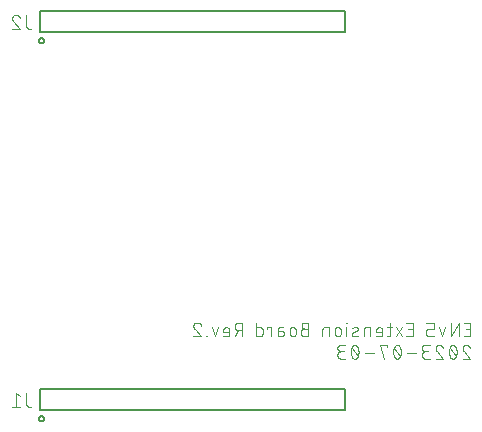
<source format=gbr>
G04 EAGLE Gerber RS-274X export*
G75*
%MOMM*%
%FSLAX34Y34*%
%LPD*%
%INSilkscreen Bottom*%
%IPPOS*%
%AMOC8*
5,1,8,0,0,1.08239X$1,22.5*%
G01*
%ADD10C,0.101600*%
%ADD11C,0.150000*%
%ADD12C,0.100000*%
%ADD13C,0.127000*%


D10*
X-130179Y63658D02*
X-124986Y63658D01*
X-124986Y75342D01*
X-130179Y75342D01*
X-128880Y70149D02*
X-124986Y70149D01*
X-134869Y75342D02*
X-134869Y63658D01*
X-141360Y63658D02*
X-134869Y75342D01*
X-141360Y75342D02*
X-141360Y63658D01*
X-148783Y63658D02*
X-146186Y71447D01*
X-151379Y71447D02*
X-148783Y63658D01*
X-155824Y63658D02*
X-159719Y63658D01*
X-159818Y63660D01*
X-159918Y63666D01*
X-160017Y63675D01*
X-160115Y63688D01*
X-160213Y63705D01*
X-160311Y63726D01*
X-160407Y63751D01*
X-160502Y63779D01*
X-160596Y63811D01*
X-160689Y63846D01*
X-160781Y63885D01*
X-160871Y63928D01*
X-160959Y63973D01*
X-161046Y64023D01*
X-161130Y64075D01*
X-161213Y64131D01*
X-161293Y64189D01*
X-161371Y64251D01*
X-161446Y64316D01*
X-161519Y64384D01*
X-161589Y64454D01*
X-161657Y64527D01*
X-161722Y64602D01*
X-161784Y64680D01*
X-161842Y64760D01*
X-161898Y64843D01*
X-161950Y64927D01*
X-162000Y65014D01*
X-162045Y65102D01*
X-162088Y65192D01*
X-162127Y65284D01*
X-162162Y65377D01*
X-162194Y65471D01*
X-162222Y65566D01*
X-162247Y65662D01*
X-162268Y65760D01*
X-162285Y65858D01*
X-162298Y65956D01*
X-162307Y66055D01*
X-162313Y66155D01*
X-162315Y66254D01*
X-162315Y67553D01*
X-162313Y67652D01*
X-162307Y67752D01*
X-162298Y67851D01*
X-162285Y67949D01*
X-162268Y68047D01*
X-162247Y68145D01*
X-162222Y68241D01*
X-162194Y68336D01*
X-162162Y68430D01*
X-162127Y68523D01*
X-162088Y68615D01*
X-162045Y68705D01*
X-162000Y68793D01*
X-161950Y68880D01*
X-161898Y68964D01*
X-161842Y69047D01*
X-161784Y69127D01*
X-161722Y69205D01*
X-161657Y69280D01*
X-161589Y69353D01*
X-161519Y69423D01*
X-161446Y69491D01*
X-161371Y69556D01*
X-161293Y69618D01*
X-161213Y69676D01*
X-161130Y69732D01*
X-161046Y69784D01*
X-160959Y69834D01*
X-160871Y69879D01*
X-160781Y69922D01*
X-160689Y69961D01*
X-160596Y69996D01*
X-160502Y70028D01*
X-160407Y70056D01*
X-160311Y70081D01*
X-160213Y70102D01*
X-160115Y70119D01*
X-160017Y70132D01*
X-159918Y70141D01*
X-159818Y70147D01*
X-159719Y70149D01*
X-155824Y70149D01*
X-155824Y75342D01*
X-162315Y75342D01*
X-173754Y63658D02*
X-178947Y63658D01*
X-173754Y63658D02*
X-173754Y75342D01*
X-178947Y75342D01*
X-177648Y70149D02*
X-173754Y70149D01*
X-182762Y63658D02*
X-187955Y71447D01*
X-182762Y71447D02*
X-187955Y63658D01*
X-191320Y71447D02*
X-195215Y71447D01*
X-192618Y75342D02*
X-192618Y65605D01*
X-192619Y65605D02*
X-192621Y65518D01*
X-192627Y65430D01*
X-192637Y65344D01*
X-192650Y65257D01*
X-192668Y65172D01*
X-192689Y65087D01*
X-192714Y65003D01*
X-192743Y64921D01*
X-192776Y64840D01*
X-192812Y64760D01*
X-192851Y64682D01*
X-192895Y64606D01*
X-192941Y64532D01*
X-192991Y64461D01*
X-193044Y64391D01*
X-193100Y64324D01*
X-193159Y64260D01*
X-193221Y64198D01*
X-193285Y64139D01*
X-193352Y64083D01*
X-193422Y64030D01*
X-193493Y63980D01*
X-193567Y63934D01*
X-193643Y63890D01*
X-193721Y63851D01*
X-193801Y63815D01*
X-193882Y63782D01*
X-193964Y63753D01*
X-194048Y63728D01*
X-194133Y63707D01*
X-194218Y63689D01*
X-194305Y63676D01*
X-194391Y63666D01*
X-194479Y63660D01*
X-194566Y63658D01*
X-195215Y63658D01*
X-201474Y63658D02*
X-204719Y63658D01*
X-201474Y63658D02*
X-201387Y63660D01*
X-201299Y63666D01*
X-201213Y63676D01*
X-201126Y63689D01*
X-201041Y63707D01*
X-200956Y63728D01*
X-200872Y63753D01*
X-200790Y63782D01*
X-200709Y63815D01*
X-200629Y63851D01*
X-200551Y63890D01*
X-200475Y63934D01*
X-200401Y63980D01*
X-200330Y64030D01*
X-200260Y64083D01*
X-200193Y64139D01*
X-200129Y64198D01*
X-200067Y64260D01*
X-200008Y64324D01*
X-199952Y64391D01*
X-199899Y64461D01*
X-199849Y64532D01*
X-199803Y64606D01*
X-199759Y64682D01*
X-199720Y64760D01*
X-199684Y64840D01*
X-199651Y64921D01*
X-199622Y65003D01*
X-199597Y65087D01*
X-199576Y65172D01*
X-199558Y65257D01*
X-199545Y65344D01*
X-199535Y65430D01*
X-199529Y65518D01*
X-199527Y65605D01*
X-199526Y65605D02*
X-199526Y68851D01*
X-199527Y68851D02*
X-199529Y68952D01*
X-199535Y69052D01*
X-199545Y69152D01*
X-199558Y69252D01*
X-199576Y69351D01*
X-199597Y69450D01*
X-199622Y69547D01*
X-199651Y69644D01*
X-199684Y69739D01*
X-199720Y69833D01*
X-199760Y69925D01*
X-199803Y70016D01*
X-199850Y70105D01*
X-199900Y70192D01*
X-199954Y70278D01*
X-200011Y70361D01*
X-200071Y70441D01*
X-200134Y70520D01*
X-200201Y70596D01*
X-200270Y70669D01*
X-200342Y70739D01*
X-200416Y70807D01*
X-200493Y70872D01*
X-200573Y70933D01*
X-200655Y70992D01*
X-200739Y71047D01*
X-200825Y71099D01*
X-200913Y71148D01*
X-201003Y71193D01*
X-201095Y71235D01*
X-201188Y71273D01*
X-201283Y71307D01*
X-201378Y71338D01*
X-201475Y71365D01*
X-201573Y71388D01*
X-201672Y71408D01*
X-201772Y71423D01*
X-201872Y71435D01*
X-201972Y71443D01*
X-202073Y71447D01*
X-202173Y71447D01*
X-202274Y71443D01*
X-202374Y71435D01*
X-202474Y71423D01*
X-202574Y71408D01*
X-202673Y71388D01*
X-202771Y71365D01*
X-202868Y71338D01*
X-202963Y71307D01*
X-203058Y71273D01*
X-203151Y71235D01*
X-203243Y71193D01*
X-203333Y71148D01*
X-203421Y71099D01*
X-203507Y71047D01*
X-203591Y70992D01*
X-203673Y70933D01*
X-203753Y70872D01*
X-203830Y70807D01*
X-203904Y70739D01*
X-203976Y70669D01*
X-204045Y70596D01*
X-204112Y70520D01*
X-204175Y70441D01*
X-204235Y70361D01*
X-204292Y70278D01*
X-204346Y70192D01*
X-204396Y70105D01*
X-204443Y70016D01*
X-204486Y69925D01*
X-204526Y69833D01*
X-204562Y69739D01*
X-204595Y69644D01*
X-204624Y69547D01*
X-204649Y69450D01*
X-204670Y69351D01*
X-204688Y69252D01*
X-204701Y69152D01*
X-204711Y69052D01*
X-204717Y68952D01*
X-204719Y68851D01*
X-204719Y67553D01*
X-199526Y67553D01*
X-209813Y63658D02*
X-209813Y71447D01*
X-213059Y71447D01*
X-213146Y71445D01*
X-213234Y71439D01*
X-213320Y71429D01*
X-213407Y71416D01*
X-213492Y71398D01*
X-213577Y71377D01*
X-213661Y71352D01*
X-213743Y71323D01*
X-213824Y71290D01*
X-213904Y71254D01*
X-213982Y71215D01*
X-214058Y71171D01*
X-214132Y71125D01*
X-214203Y71075D01*
X-214273Y71022D01*
X-214340Y70966D01*
X-214404Y70907D01*
X-214466Y70846D01*
X-214525Y70781D01*
X-214581Y70714D01*
X-214634Y70644D01*
X-214684Y70573D01*
X-214730Y70499D01*
X-214774Y70423D01*
X-214813Y70345D01*
X-214849Y70265D01*
X-214882Y70184D01*
X-214911Y70102D01*
X-214936Y70018D01*
X-214957Y69933D01*
X-214975Y69848D01*
X-214988Y69761D01*
X-214998Y69675D01*
X-215004Y69587D01*
X-215006Y69500D01*
X-215006Y63658D01*
X-221074Y68202D02*
X-224319Y66904D01*
X-221074Y68201D02*
X-220999Y68234D01*
X-220925Y68270D01*
X-220853Y68309D01*
X-220783Y68352D01*
X-220716Y68398D01*
X-220650Y68448D01*
X-220588Y68500D01*
X-220527Y68556D01*
X-220470Y68614D01*
X-220415Y68675D01*
X-220364Y68739D01*
X-220316Y68805D01*
X-220271Y68874D01*
X-220229Y68944D01*
X-220191Y69017D01*
X-220156Y69091D01*
X-220125Y69167D01*
X-220098Y69244D01*
X-220075Y69323D01*
X-220055Y69402D01*
X-220040Y69483D01*
X-220028Y69564D01*
X-220020Y69646D01*
X-220016Y69727D01*
X-220017Y69809D01*
X-220021Y69891D01*
X-220029Y69973D01*
X-220041Y70054D01*
X-220057Y70134D01*
X-220077Y70214D01*
X-220101Y70292D01*
X-220129Y70369D01*
X-220160Y70445D01*
X-220195Y70519D01*
X-220233Y70591D01*
X-220275Y70662D01*
X-220321Y70730D01*
X-220369Y70796D01*
X-220421Y70859D01*
X-220476Y70920D01*
X-220534Y70978D01*
X-220594Y71034D01*
X-220657Y71086D01*
X-220723Y71135D01*
X-220791Y71181D01*
X-220861Y71223D01*
X-220933Y71263D01*
X-221007Y71298D01*
X-221082Y71330D01*
X-221159Y71358D01*
X-221237Y71382D01*
X-221317Y71403D01*
X-221397Y71420D01*
X-221478Y71432D01*
X-221559Y71441D01*
X-221641Y71446D01*
X-221723Y71447D01*
X-221900Y71443D01*
X-222077Y71434D01*
X-222254Y71420D01*
X-222431Y71403D01*
X-222606Y71381D01*
X-222782Y71356D01*
X-222956Y71325D01*
X-223130Y71291D01*
X-223303Y71253D01*
X-223475Y71210D01*
X-223646Y71163D01*
X-223816Y71113D01*
X-223985Y71058D01*
X-224152Y70999D01*
X-224317Y70936D01*
X-224482Y70869D01*
X-224644Y70798D01*
X-224319Y66904D02*
X-224394Y66871D01*
X-224468Y66835D01*
X-224540Y66796D01*
X-224610Y66753D01*
X-224677Y66707D01*
X-224743Y66657D01*
X-224805Y66605D01*
X-224866Y66549D01*
X-224923Y66491D01*
X-224978Y66430D01*
X-225029Y66366D01*
X-225077Y66300D01*
X-225122Y66231D01*
X-225164Y66161D01*
X-225202Y66088D01*
X-225237Y66014D01*
X-225268Y65938D01*
X-225295Y65861D01*
X-225318Y65782D01*
X-225338Y65703D01*
X-225353Y65622D01*
X-225365Y65541D01*
X-225373Y65459D01*
X-225377Y65378D01*
X-225376Y65296D01*
X-225372Y65214D01*
X-225364Y65132D01*
X-225352Y65051D01*
X-225336Y64971D01*
X-225316Y64891D01*
X-225292Y64813D01*
X-225264Y64736D01*
X-225233Y64660D01*
X-225198Y64586D01*
X-225160Y64514D01*
X-225118Y64443D01*
X-225072Y64375D01*
X-225024Y64309D01*
X-224972Y64246D01*
X-224917Y64185D01*
X-224859Y64127D01*
X-224799Y64071D01*
X-224736Y64019D01*
X-224670Y63970D01*
X-224602Y63924D01*
X-224532Y63882D01*
X-224460Y63842D01*
X-224386Y63807D01*
X-224311Y63775D01*
X-224234Y63747D01*
X-224156Y63723D01*
X-224076Y63702D01*
X-223996Y63685D01*
X-223915Y63673D01*
X-223834Y63664D01*
X-223752Y63659D01*
X-223670Y63658D01*
X-223671Y63658D02*
X-223411Y63665D01*
X-223151Y63678D01*
X-222891Y63697D01*
X-222632Y63722D01*
X-222373Y63754D01*
X-222116Y63791D01*
X-221859Y63835D01*
X-221603Y63884D01*
X-221349Y63940D01*
X-221096Y64001D01*
X-220845Y64069D01*
X-220595Y64143D01*
X-220347Y64222D01*
X-220101Y64307D01*
X-229936Y63658D02*
X-229936Y71447D01*
X-229611Y74693D02*
X-229611Y75342D01*
X-230260Y75342D01*
X-230260Y74693D01*
X-229611Y74693D01*
X-234578Y68851D02*
X-234578Y66254D01*
X-234579Y68851D02*
X-234581Y68952D01*
X-234587Y69052D01*
X-234597Y69152D01*
X-234610Y69252D01*
X-234628Y69351D01*
X-234649Y69450D01*
X-234674Y69547D01*
X-234703Y69644D01*
X-234736Y69739D01*
X-234772Y69833D01*
X-234812Y69925D01*
X-234855Y70016D01*
X-234902Y70105D01*
X-234952Y70192D01*
X-235006Y70278D01*
X-235063Y70361D01*
X-235123Y70441D01*
X-235186Y70520D01*
X-235253Y70596D01*
X-235322Y70669D01*
X-235394Y70739D01*
X-235468Y70807D01*
X-235545Y70872D01*
X-235625Y70933D01*
X-235707Y70992D01*
X-235791Y71047D01*
X-235877Y71099D01*
X-235965Y71148D01*
X-236055Y71193D01*
X-236147Y71235D01*
X-236240Y71273D01*
X-236335Y71307D01*
X-236430Y71338D01*
X-236527Y71365D01*
X-236625Y71388D01*
X-236724Y71408D01*
X-236824Y71423D01*
X-236924Y71435D01*
X-237024Y71443D01*
X-237125Y71447D01*
X-237225Y71447D01*
X-237326Y71443D01*
X-237426Y71435D01*
X-237526Y71423D01*
X-237626Y71408D01*
X-237725Y71388D01*
X-237823Y71365D01*
X-237920Y71338D01*
X-238015Y71307D01*
X-238110Y71273D01*
X-238203Y71235D01*
X-238295Y71193D01*
X-238385Y71148D01*
X-238473Y71099D01*
X-238559Y71047D01*
X-238643Y70992D01*
X-238725Y70933D01*
X-238805Y70872D01*
X-238882Y70807D01*
X-238956Y70739D01*
X-239028Y70669D01*
X-239097Y70596D01*
X-239164Y70520D01*
X-239227Y70441D01*
X-239287Y70361D01*
X-239344Y70278D01*
X-239398Y70192D01*
X-239448Y70105D01*
X-239495Y70016D01*
X-239538Y69925D01*
X-239578Y69833D01*
X-239614Y69739D01*
X-239647Y69644D01*
X-239676Y69547D01*
X-239701Y69450D01*
X-239722Y69351D01*
X-239740Y69252D01*
X-239753Y69152D01*
X-239763Y69052D01*
X-239769Y68952D01*
X-239771Y68851D01*
X-239771Y66254D01*
X-239769Y66153D01*
X-239763Y66053D01*
X-239753Y65953D01*
X-239740Y65853D01*
X-239722Y65754D01*
X-239701Y65655D01*
X-239676Y65558D01*
X-239647Y65461D01*
X-239614Y65366D01*
X-239578Y65272D01*
X-239538Y65180D01*
X-239495Y65089D01*
X-239448Y65000D01*
X-239398Y64913D01*
X-239344Y64827D01*
X-239287Y64744D01*
X-239227Y64664D01*
X-239164Y64585D01*
X-239097Y64509D01*
X-239028Y64436D01*
X-238956Y64366D01*
X-238882Y64298D01*
X-238805Y64233D01*
X-238725Y64172D01*
X-238643Y64113D01*
X-238559Y64058D01*
X-238473Y64006D01*
X-238385Y63957D01*
X-238295Y63912D01*
X-238203Y63870D01*
X-238110Y63832D01*
X-238015Y63798D01*
X-237920Y63767D01*
X-237823Y63740D01*
X-237725Y63717D01*
X-237626Y63697D01*
X-237526Y63682D01*
X-237426Y63670D01*
X-237326Y63662D01*
X-237225Y63658D01*
X-237125Y63658D01*
X-237024Y63662D01*
X-236924Y63670D01*
X-236824Y63682D01*
X-236724Y63697D01*
X-236625Y63717D01*
X-236527Y63740D01*
X-236430Y63767D01*
X-236335Y63798D01*
X-236240Y63832D01*
X-236147Y63870D01*
X-236055Y63912D01*
X-235965Y63957D01*
X-235877Y64006D01*
X-235791Y64058D01*
X-235707Y64113D01*
X-235625Y64172D01*
X-235545Y64233D01*
X-235468Y64298D01*
X-235394Y64366D01*
X-235322Y64436D01*
X-235253Y64509D01*
X-235186Y64585D01*
X-235123Y64664D01*
X-235063Y64744D01*
X-235006Y64827D01*
X-234952Y64913D01*
X-234902Y65000D01*
X-234855Y65089D01*
X-234812Y65180D01*
X-234772Y65272D01*
X-234736Y65366D01*
X-234703Y65461D01*
X-234674Y65558D01*
X-234649Y65655D01*
X-234628Y65754D01*
X-234610Y65853D01*
X-234597Y65953D01*
X-234587Y66053D01*
X-234581Y66153D01*
X-234579Y66254D01*
X-244865Y63658D02*
X-244865Y71447D01*
X-248111Y71447D01*
X-248198Y71445D01*
X-248286Y71439D01*
X-248372Y71429D01*
X-248459Y71416D01*
X-248544Y71398D01*
X-248629Y71377D01*
X-248713Y71352D01*
X-248795Y71323D01*
X-248876Y71290D01*
X-248956Y71254D01*
X-249034Y71215D01*
X-249110Y71171D01*
X-249184Y71125D01*
X-249255Y71075D01*
X-249325Y71022D01*
X-249392Y70966D01*
X-249456Y70907D01*
X-249518Y70846D01*
X-249577Y70781D01*
X-249633Y70714D01*
X-249686Y70644D01*
X-249736Y70573D01*
X-249782Y70499D01*
X-249826Y70423D01*
X-249865Y70345D01*
X-249901Y70265D01*
X-249934Y70184D01*
X-249963Y70102D01*
X-249988Y70018D01*
X-250009Y69933D01*
X-250027Y69848D01*
X-250040Y69761D01*
X-250050Y69675D01*
X-250056Y69587D01*
X-250058Y69500D01*
X-250058Y63658D01*
X-261911Y70149D02*
X-265157Y70149D01*
X-265157Y70150D02*
X-265270Y70148D01*
X-265383Y70142D01*
X-265496Y70132D01*
X-265609Y70118D01*
X-265721Y70101D01*
X-265832Y70079D01*
X-265942Y70054D01*
X-266052Y70024D01*
X-266160Y69991D01*
X-266267Y69954D01*
X-266373Y69914D01*
X-266477Y69869D01*
X-266580Y69821D01*
X-266681Y69770D01*
X-266780Y69715D01*
X-266877Y69657D01*
X-266972Y69595D01*
X-267065Y69530D01*
X-267155Y69462D01*
X-267243Y69391D01*
X-267329Y69316D01*
X-267412Y69239D01*
X-267492Y69159D01*
X-267569Y69076D01*
X-267644Y68990D01*
X-267715Y68902D01*
X-267783Y68812D01*
X-267848Y68719D01*
X-267910Y68624D01*
X-267968Y68527D01*
X-268023Y68428D01*
X-268074Y68327D01*
X-268122Y68224D01*
X-268167Y68120D01*
X-268207Y68014D01*
X-268244Y67907D01*
X-268277Y67799D01*
X-268307Y67689D01*
X-268332Y67579D01*
X-268354Y67468D01*
X-268371Y67356D01*
X-268385Y67243D01*
X-268395Y67130D01*
X-268401Y67017D01*
X-268403Y66904D01*
X-268401Y66791D01*
X-268395Y66678D01*
X-268385Y66565D01*
X-268371Y66452D01*
X-268354Y66340D01*
X-268332Y66229D01*
X-268307Y66119D01*
X-268277Y66009D01*
X-268244Y65901D01*
X-268207Y65794D01*
X-268167Y65688D01*
X-268122Y65584D01*
X-268074Y65481D01*
X-268023Y65380D01*
X-267968Y65281D01*
X-267910Y65184D01*
X-267848Y65089D01*
X-267783Y64996D01*
X-267715Y64906D01*
X-267644Y64818D01*
X-267569Y64732D01*
X-267492Y64649D01*
X-267412Y64569D01*
X-267329Y64492D01*
X-267243Y64417D01*
X-267155Y64346D01*
X-267065Y64278D01*
X-266972Y64213D01*
X-266877Y64151D01*
X-266780Y64093D01*
X-266681Y64038D01*
X-266580Y63987D01*
X-266477Y63939D01*
X-266373Y63894D01*
X-266267Y63854D01*
X-266160Y63817D01*
X-266052Y63784D01*
X-265942Y63754D01*
X-265832Y63729D01*
X-265721Y63707D01*
X-265609Y63690D01*
X-265496Y63676D01*
X-265383Y63666D01*
X-265270Y63660D01*
X-265157Y63658D01*
X-261911Y63658D01*
X-261911Y75342D01*
X-265157Y75342D01*
X-265258Y75340D01*
X-265358Y75334D01*
X-265458Y75324D01*
X-265558Y75311D01*
X-265657Y75293D01*
X-265756Y75272D01*
X-265853Y75247D01*
X-265950Y75218D01*
X-266045Y75185D01*
X-266139Y75149D01*
X-266231Y75109D01*
X-266322Y75066D01*
X-266411Y75019D01*
X-266498Y74969D01*
X-266584Y74915D01*
X-266667Y74858D01*
X-266747Y74798D01*
X-266826Y74735D01*
X-266902Y74668D01*
X-266975Y74599D01*
X-267045Y74527D01*
X-267113Y74453D01*
X-267178Y74376D01*
X-267239Y74296D01*
X-267298Y74214D01*
X-267353Y74130D01*
X-267405Y74044D01*
X-267454Y73956D01*
X-267499Y73866D01*
X-267541Y73774D01*
X-267579Y73681D01*
X-267613Y73586D01*
X-267644Y73491D01*
X-267671Y73394D01*
X-267694Y73296D01*
X-267714Y73197D01*
X-267729Y73097D01*
X-267741Y72997D01*
X-267749Y72897D01*
X-267753Y72796D01*
X-267753Y72696D01*
X-267749Y72595D01*
X-267741Y72495D01*
X-267729Y72395D01*
X-267714Y72295D01*
X-267694Y72196D01*
X-267671Y72098D01*
X-267644Y72001D01*
X-267613Y71906D01*
X-267579Y71811D01*
X-267541Y71718D01*
X-267499Y71626D01*
X-267454Y71536D01*
X-267405Y71448D01*
X-267353Y71362D01*
X-267298Y71278D01*
X-267239Y71196D01*
X-267178Y71116D01*
X-267113Y71039D01*
X-267045Y70965D01*
X-266975Y70893D01*
X-266902Y70824D01*
X-266826Y70757D01*
X-266747Y70694D01*
X-266667Y70634D01*
X-266584Y70577D01*
X-266498Y70523D01*
X-266411Y70473D01*
X-266322Y70426D01*
X-266231Y70383D01*
X-266139Y70343D01*
X-266045Y70307D01*
X-265950Y70274D01*
X-265853Y70245D01*
X-265756Y70220D01*
X-265657Y70199D01*
X-265558Y70181D01*
X-265458Y70168D01*
X-265358Y70158D01*
X-265258Y70152D01*
X-265157Y70150D01*
X-272678Y68851D02*
X-272678Y66254D01*
X-272679Y68851D02*
X-272681Y68952D01*
X-272687Y69052D01*
X-272697Y69152D01*
X-272710Y69252D01*
X-272728Y69351D01*
X-272749Y69450D01*
X-272774Y69547D01*
X-272803Y69644D01*
X-272836Y69739D01*
X-272872Y69833D01*
X-272912Y69925D01*
X-272955Y70016D01*
X-273002Y70105D01*
X-273052Y70192D01*
X-273106Y70278D01*
X-273163Y70361D01*
X-273223Y70441D01*
X-273286Y70520D01*
X-273353Y70596D01*
X-273422Y70669D01*
X-273494Y70739D01*
X-273568Y70807D01*
X-273645Y70872D01*
X-273725Y70933D01*
X-273807Y70992D01*
X-273891Y71047D01*
X-273977Y71099D01*
X-274065Y71148D01*
X-274155Y71193D01*
X-274247Y71235D01*
X-274340Y71273D01*
X-274435Y71307D01*
X-274530Y71338D01*
X-274627Y71365D01*
X-274725Y71388D01*
X-274824Y71408D01*
X-274924Y71423D01*
X-275024Y71435D01*
X-275124Y71443D01*
X-275225Y71447D01*
X-275325Y71447D01*
X-275426Y71443D01*
X-275526Y71435D01*
X-275626Y71423D01*
X-275726Y71408D01*
X-275825Y71388D01*
X-275923Y71365D01*
X-276020Y71338D01*
X-276115Y71307D01*
X-276210Y71273D01*
X-276303Y71235D01*
X-276395Y71193D01*
X-276485Y71148D01*
X-276573Y71099D01*
X-276659Y71047D01*
X-276743Y70992D01*
X-276825Y70933D01*
X-276905Y70872D01*
X-276982Y70807D01*
X-277056Y70739D01*
X-277128Y70669D01*
X-277197Y70596D01*
X-277264Y70520D01*
X-277327Y70441D01*
X-277387Y70361D01*
X-277444Y70278D01*
X-277498Y70192D01*
X-277548Y70105D01*
X-277595Y70016D01*
X-277638Y69925D01*
X-277678Y69833D01*
X-277714Y69739D01*
X-277747Y69644D01*
X-277776Y69547D01*
X-277801Y69450D01*
X-277822Y69351D01*
X-277840Y69252D01*
X-277853Y69152D01*
X-277863Y69052D01*
X-277869Y68952D01*
X-277871Y68851D01*
X-277871Y66254D01*
X-277869Y66153D01*
X-277863Y66053D01*
X-277853Y65953D01*
X-277840Y65853D01*
X-277822Y65754D01*
X-277801Y65655D01*
X-277776Y65558D01*
X-277747Y65461D01*
X-277714Y65366D01*
X-277678Y65272D01*
X-277638Y65180D01*
X-277595Y65089D01*
X-277548Y65000D01*
X-277498Y64913D01*
X-277444Y64827D01*
X-277387Y64744D01*
X-277327Y64664D01*
X-277264Y64585D01*
X-277197Y64509D01*
X-277128Y64436D01*
X-277056Y64366D01*
X-276982Y64298D01*
X-276905Y64233D01*
X-276825Y64172D01*
X-276743Y64113D01*
X-276659Y64058D01*
X-276573Y64006D01*
X-276485Y63957D01*
X-276395Y63912D01*
X-276303Y63870D01*
X-276210Y63832D01*
X-276115Y63798D01*
X-276020Y63767D01*
X-275923Y63740D01*
X-275825Y63717D01*
X-275726Y63697D01*
X-275626Y63682D01*
X-275526Y63670D01*
X-275426Y63662D01*
X-275325Y63658D01*
X-275225Y63658D01*
X-275124Y63662D01*
X-275024Y63670D01*
X-274924Y63682D01*
X-274824Y63697D01*
X-274725Y63717D01*
X-274627Y63740D01*
X-274530Y63767D01*
X-274435Y63798D01*
X-274340Y63832D01*
X-274247Y63870D01*
X-274155Y63912D01*
X-274065Y63957D01*
X-273977Y64006D01*
X-273891Y64058D01*
X-273807Y64113D01*
X-273725Y64172D01*
X-273645Y64233D01*
X-273568Y64298D01*
X-273494Y64366D01*
X-273422Y64436D01*
X-273353Y64509D01*
X-273286Y64585D01*
X-273223Y64664D01*
X-273163Y64744D01*
X-273106Y64827D01*
X-273052Y64913D01*
X-273002Y65000D01*
X-272955Y65089D01*
X-272912Y65180D01*
X-272872Y65272D01*
X-272836Y65366D01*
X-272803Y65461D01*
X-272774Y65558D01*
X-272749Y65655D01*
X-272728Y65754D01*
X-272710Y65853D01*
X-272697Y65953D01*
X-272687Y66053D01*
X-272681Y66153D01*
X-272679Y66254D01*
X-284797Y68202D02*
X-287718Y68202D01*
X-284797Y68202D02*
X-284703Y68200D01*
X-284609Y68194D01*
X-284516Y68185D01*
X-284423Y68171D01*
X-284331Y68154D01*
X-284239Y68132D01*
X-284149Y68108D01*
X-284059Y68079D01*
X-283971Y68047D01*
X-283884Y68011D01*
X-283799Y67971D01*
X-283716Y67928D01*
X-283634Y67882D01*
X-283554Y67832D01*
X-283477Y67779D01*
X-283402Y67723D01*
X-283329Y67664D01*
X-283258Y67602D01*
X-283190Y67537D01*
X-283125Y67469D01*
X-283063Y67398D01*
X-283004Y67325D01*
X-282948Y67250D01*
X-282895Y67173D01*
X-282845Y67093D01*
X-282799Y67011D01*
X-282756Y66928D01*
X-282716Y66843D01*
X-282680Y66756D01*
X-282648Y66668D01*
X-282619Y66578D01*
X-282595Y66488D01*
X-282573Y66396D01*
X-282556Y66304D01*
X-282542Y66211D01*
X-282533Y66118D01*
X-282527Y66024D01*
X-282525Y65930D01*
X-282527Y65836D01*
X-282533Y65742D01*
X-282542Y65649D01*
X-282556Y65556D01*
X-282573Y65464D01*
X-282595Y65372D01*
X-282619Y65282D01*
X-282648Y65192D01*
X-282680Y65104D01*
X-282716Y65017D01*
X-282756Y64932D01*
X-282799Y64849D01*
X-282845Y64767D01*
X-282895Y64687D01*
X-282948Y64610D01*
X-283004Y64535D01*
X-283063Y64462D01*
X-283125Y64391D01*
X-283190Y64323D01*
X-283258Y64258D01*
X-283329Y64196D01*
X-283402Y64137D01*
X-283477Y64081D01*
X-283554Y64028D01*
X-283634Y63978D01*
X-283716Y63932D01*
X-283799Y63889D01*
X-283884Y63849D01*
X-283971Y63813D01*
X-284059Y63781D01*
X-284149Y63752D01*
X-284239Y63728D01*
X-284331Y63706D01*
X-284423Y63689D01*
X-284516Y63675D01*
X-284609Y63666D01*
X-284703Y63660D01*
X-284797Y63658D01*
X-287718Y63658D01*
X-287718Y69500D01*
X-287716Y69587D01*
X-287710Y69675D01*
X-287700Y69761D01*
X-287687Y69848D01*
X-287669Y69933D01*
X-287648Y70018D01*
X-287623Y70102D01*
X-287594Y70184D01*
X-287561Y70265D01*
X-287525Y70345D01*
X-287486Y70423D01*
X-287442Y70499D01*
X-287396Y70573D01*
X-287346Y70644D01*
X-287293Y70714D01*
X-287237Y70781D01*
X-287178Y70845D01*
X-287116Y70907D01*
X-287052Y70966D01*
X-286985Y71022D01*
X-286915Y71075D01*
X-286844Y71125D01*
X-286770Y71171D01*
X-286694Y71215D01*
X-286616Y71254D01*
X-286536Y71290D01*
X-286455Y71323D01*
X-286373Y71352D01*
X-286289Y71377D01*
X-286204Y71398D01*
X-286119Y71416D01*
X-286032Y71429D01*
X-285946Y71439D01*
X-285858Y71445D01*
X-285771Y71447D01*
X-283174Y71447D01*
X-293319Y71447D02*
X-293319Y63658D01*
X-293319Y71447D02*
X-297213Y71447D01*
X-297213Y70149D01*
X-306006Y75342D02*
X-306006Y63658D01*
X-302761Y63658D01*
X-302674Y63660D01*
X-302586Y63666D01*
X-302500Y63676D01*
X-302413Y63689D01*
X-302328Y63707D01*
X-302243Y63728D01*
X-302159Y63753D01*
X-302077Y63782D01*
X-301996Y63815D01*
X-301916Y63851D01*
X-301838Y63890D01*
X-301762Y63934D01*
X-301688Y63980D01*
X-301617Y64030D01*
X-301547Y64083D01*
X-301480Y64139D01*
X-301416Y64198D01*
X-301354Y64260D01*
X-301295Y64324D01*
X-301239Y64391D01*
X-301186Y64461D01*
X-301136Y64532D01*
X-301090Y64606D01*
X-301046Y64682D01*
X-301007Y64760D01*
X-300971Y64840D01*
X-300938Y64921D01*
X-300909Y65003D01*
X-300884Y65087D01*
X-300863Y65172D01*
X-300845Y65257D01*
X-300832Y65344D01*
X-300822Y65430D01*
X-300816Y65518D01*
X-300814Y65605D01*
X-300813Y65605D02*
X-300813Y69500D01*
X-300814Y69500D02*
X-300816Y69587D01*
X-300822Y69675D01*
X-300832Y69761D01*
X-300845Y69848D01*
X-300863Y69933D01*
X-300884Y70018D01*
X-300909Y70102D01*
X-300938Y70184D01*
X-300971Y70265D01*
X-301007Y70345D01*
X-301046Y70423D01*
X-301090Y70499D01*
X-301136Y70573D01*
X-301186Y70644D01*
X-301239Y70714D01*
X-301295Y70781D01*
X-301354Y70845D01*
X-301416Y70907D01*
X-301480Y70966D01*
X-301547Y71022D01*
X-301617Y71075D01*
X-301688Y71125D01*
X-301762Y71171D01*
X-301838Y71215D01*
X-301916Y71254D01*
X-301996Y71290D01*
X-302077Y71323D01*
X-302159Y71352D01*
X-302243Y71377D01*
X-302328Y71398D01*
X-302413Y71416D01*
X-302500Y71429D01*
X-302586Y71439D01*
X-302674Y71445D01*
X-302761Y71447D01*
X-306006Y71447D01*
X-317823Y75342D02*
X-317823Y63658D01*
X-317823Y75342D02*
X-321068Y75342D01*
X-321181Y75340D01*
X-321294Y75334D01*
X-321407Y75324D01*
X-321520Y75310D01*
X-321632Y75293D01*
X-321743Y75271D01*
X-321853Y75246D01*
X-321963Y75216D01*
X-322071Y75183D01*
X-322178Y75146D01*
X-322284Y75106D01*
X-322388Y75061D01*
X-322491Y75013D01*
X-322592Y74962D01*
X-322691Y74907D01*
X-322788Y74849D01*
X-322883Y74787D01*
X-322976Y74722D01*
X-323066Y74654D01*
X-323154Y74583D01*
X-323240Y74508D01*
X-323323Y74431D01*
X-323403Y74351D01*
X-323480Y74268D01*
X-323555Y74182D01*
X-323626Y74094D01*
X-323694Y74004D01*
X-323759Y73911D01*
X-323821Y73816D01*
X-323879Y73719D01*
X-323934Y73620D01*
X-323985Y73519D01*
X-324033Y73416D01*
X-324078Y73312D01*
X-324118Y73206D01*
X-324155Y73099D01*
X-324188Y72991D01*
X-324218Y72881D01*
X-324243Y72771D01*
X-324265Y72660D01*
X-324282Y72548D01*
X-324296Y72435D01*
X-324306Y72322D01*
X-324312Y72209D01*
X-324314Y72096D01*
X-324312Y71983D01*
X-324306Y71870D01*
X-324296Y71757D01*
X-324282Y71644D01*
X-324265Y71532D01*
X-324243Y71421D01*
X-324218Y71311D01*
X-324188Y71201D01*
X-324155Y71093D01*
X-324118Y70986D01*
X-324078Y70880D01*
X-324033Y70776D01*
X-323985Y70673D01*
X-323934Y70572D01*
X-323879Y70473D01*
X-323821Y70376D01*
X-323759Y70281D01*
X-323694Y70188D01*
X-323626Y70098D01*
X-323555Y70010D01*
X-323480Y69924D01*
X-323403Y69841D01*
X-323323Y69761D01*
X-323240Y69684D01*
X-323154Y69609D01*
X-323066Y69538D01*
X-322976Y69470D01*
X-322883Y69405D01*
X-322788Y69343D01*
X-322691Y69285D01*
X-322592Y69230D01*
X-322491Y69179D01*
X-322388Y69131D01*
X-322284Y69086D01*
X-322178Y69046D01*
X-322071Y69009D01*
X-321963Y68976D01*
X-321853Y68946D01*
X-321743Y68921D01*
X-321632Y68899D01*
X-321520Y68882D01*
X-321407Y68868D01*
X-321294Y68858D01*
X-321181Y68852D01*
X-321068Y68850D01*
X-321068Y68851D02*
X-317823Y68851D01*
X-321717Y68851D02*
X-324314Y63658D01*
X-331013Y63658D02*
X-334259Y63658D01*
X-331013Y63658D02*
X-330926Y63660D01*
X-330838Y63666D01*
X-330752Y63676D01*
X-330665Y63689D01*
X-330580Y63707D01*
X-330495Y63728D01*
X-330411Y63753D01*
X-330329Y63782D01*
X-330248Y63815D01*
X-330168Y63851D01*
X-330090Y63890D01*
X-330014Y63934D01*
X-329940Y63980D01*
X-329869Y64030D01*
X-329799Y64083D01*
X-329732Y64139D01*
X-329668Y64198D01*
X-329606Y64260D01*
X-329547Y64324D01*
X-329491Y64391D01*
X-329438Y64461D01*
X-329388Y64532D01*
X-329342Y64606D01*
X-329298Y64682D01*
X-329259Y64760D01*
X-329223Y64840D01*
X-329190Y64921D01*
X-329161Y65003D01*
X-329136Y65087D01*
X-329115Y65172D01*
X-329097Y65257D01*
X-329084Y65344D01*
X-329074Y65430D01*
X-329068Y65518D01*
X-329066Y65605D01*
X-329066Y68851D01*
X-329067Y68851D02*
X-329069Y68952D01*
X-329075Y69052D01*
X-329085Y69152D01*
X-329098Y69252D01*
X-329116Y69351D01*
X-329137Y69450D01*
X-329162Y69547D01*
X-329191Y69644D01*
X-329224Y69739D01*
X-329260Y69833D01*
X-329300Y69925D01*
X-329343Y70016D01*
X-329390Y70105D01*
X-329440Y70192D01*
X-329494Y70278D01*
X-329551Y70361D01*
X-329611Y70441D01*
X-329674Y70520D01*
X-329741Y70596D01*
X-329810Y70669D01*
X-329882Y70739D01*
X-329956Y70807D01*
X-330033Y70872D01*
X-330113Y70933D01*
X-330195Y70992D01*
X-330279Y71047D01*
X-330365Y71099D01*
X-330453Y71148D01*
X-330543Y71193D01*
X-330635Y71235D01*
X-330728Y71273D01*
X-330823Y71307D01*
X-330918Y71338D01*
X-331015Y71365D01*
X-331113Y71388D01*
X-331212Y71408D01*
X-331312Y71423D01*
X-331412Y71435D01*
X-331512Y71443D01*
X-331613Y71447D01*
X-331713Y71447D01*
X-331814Y71443D01*
X-331914Y71435D01*
X-332014Y71423D01*
X-332114Y71408D01*
X-332213Y71388D01*
X-332311Y71365D01*
X-332408Y71338D01*
X-332503Y71307D01*
X-332598Y71273D01*
X-332691Y71235D01*
X-332783Y71193D01*
X-332873Y71148D01*
X-332961Y71099D01*
X-333047Y71047D01*
X-333131Y70992D01*
X-333213Y70933D01*
X-333293Y70872D01*
X-333370Y70807D01*
X-333444Y70739D01*
X-333516Y70669D01*
X-333585Y70596D01*
X-333652Y70520D01*
X-333715Y70441D01*
X-333775Y70361D01*
X-333832Y70278D01*
X-333886Y70192D01*
X-333936Y70105D01*
X-333983Y70016D01*
X-334026Y69925D01*
X-334066Y69833D01*
X-334102Y69739D01*
X-334135Y69644D01*
X-334164Y69547D01*
X-334189Y69450D01*
X-334210Y69351D01*
X-334228Y69252D01*
X-334241Y69152D01*
X-334251Y69052D01*
X-334257Y68952D01*
X-334259Y68851D01*
X-334259Y67553D01*
X-329066Y67553D01*
X-338591Y71447D02*
X-341188Y63658D01*
X-343784Y71447D01*
X-347721Y64307D02*
X-347721Y63658D01*
X-347721Y64307D02*
X-348370Y64307D01*
X-348370Y63658D01*
X-347721Y63658D01*
X-359292Y72421D02*
X-359290Y72528D01*
X-359284Y72634D01*
X-359274Y72740D01*
X-359261Y72846D01*
X-359243Y72952D01*
X-359222Y73056D01*
X-359197Y73160D01*
X-359168Y73263D01*
X-359136Y73364D01*
X-359099Y73464D01*
X-359059Y73563D01*
X-359016Y73661D01*
X-358969Y73757D01*
X-358918Y73851D01*
X-358864Y73943D01*
X-358807Y74033D01*
X-358747Y74121D01*
X-358683Y74206D01*
X-358616Y74289D01*
X-358546Y74370D01*
X-358474Y74448D01*
X-358398Y74524D01*
X-358320Y74596D01*
X-358239Y74666D01*
X-358156Y74733D01*
X-358071Y74797D01*
X-357983Y74857D01*
X-357893Y74914D01*
X-357801Y74968D01*
X-357707Y75019D01*
X-357611Y75066D01*
X-357513Y75109D01*
X-357414Y75149D01*
X-357314Y75186D01*
X-357213Y75218D01*
X-357110Y75247D01*
X-357006Y75272D01*
X-356902Y75293D01*
X-356796Y75311D01*
X-356690Y75324D01*
X-356584Y75334D01*
X-356478Y75340D01*
X-356371Y75342D01*
X-356250Y75340D01*
X-356129Y75334D01*
X-356009Y75324D01*
X-355888Y75311D01*
X-355769Y75293D01*
X-355649Y75272D01*
X-355531Y75247D01*
X-355414Y75218D01*
X-355297Y75185D01*
X-355182Y75149D01*
X-355068Y75108D01*
X-354955Y75065D01*
X-354843Y75017D01*
X-354734Y74966D01*
X-354626Y74911D01*
X-354519Y74853D01*
X-354415Y74792D01*
X-354313Y74727D01*
X-354213Y74659D01*
X-354115Y74588D01*
X-354019Y74514D01*
X-353926Y74437D01*
X-353836Y74356D01*
X-353748Y74273D01*
X-353663Y74187D01*
X-353580Y74098D01*
X-353501Y74007D01*
X-353424Y73913D01*
X-353351Y73817D01*
X-353281Y73719D01*
X-353214Y73618D01*
X-353150Y73515D01*
X-353090Y73410D01*
X-353033Y73303D01*
X-352979Y73195D01*
X-352929Y73085D01*
X-352883Y72973D01*
X-352840Y72860D01*
X-352801Y72745D01*
X-358319Y70149D02*
X-358398Y70226D01*
X-358474Y70307D01*
X-358547Y70390D01*
X-358617Y70475D01*
X-358684Y70563D01*
X-358748Y70653D01*
X-358808Y70745D01*
X-358865Y70840D01*
X-358919Y70936D01*
X-358970Y71034D01*
X-359017Y71134D01*
X-359061Y71236D01*
X-359101Y71339D01*
X-359137Y71443D01*
X-359169Y71549D01*
X-359198Y71655D01*
X-359223Y71763D01*
X-359245Y71871D01*
X-359262Y71981D01*
X-359276Y72090D01*
X-359285Y72200D01*
X-359291Y72311D01*
X-359293Y72421D01*
X-358318Y70149D02*
X-352801Y63658D01*
X-359292Y63658D01*
X-131477Y53371D02*
X-131475Y53478D01*
X-131469Y53584D01*
X-131459Y53690D01*
X-131446Y53796D01*
X-131428Y53902D01*
X-131407Y54006D01*
X-131382Y54110D01*
X-131353Y54213D01*
X-131321Y54314D01*
X-131284Y54414D01*
X-131244Y54513D01*
X-131201Y54611D01*
X-131154Y54707D01*
X-131103Y54801D01*
X-131049Y54893D01*
X-130992Y54983D01*
X-130932Y55071D01*
X-130868Y55156D01*
X-130801Y55239D01*
X-130731Y55320D01*
X-130659Y55398D01*
X-130583Y55474D01*
X-130505Y55546D01*
X-130424Y55616D01*
X-130341Y55683D01*
X-130256Y55747D01*
X-130168Y55807D01*
X-130078Y55864D01*
X-129986Y55918D01*
X-129892Y55969D01*
X-129796Y56016D01*
X-129698Y56059D01*
X-129599Y56099D01*
X-129499Y56136D01*
X-129398Y56168D01*
X-129295Y56197D01*
X-129191Y56222D01*
X-129087Y56243D01*
X-128981Y56261D01*
X-128875Y56274D01*
X-128769Y56284D01*
X-128663Y56290D01*
X-128556Y56292D01*
X-128435Y56290D01*
X-128314Y56284D01*
X-128194Y56274D01*
X-128073Y56261D01*
X-127954Y56243D01*
X-127834Y56222D01*
X-127716Y56197D01*
X-127599Y56168D01*
X-127482Y56135D01*
X-127367Y56099D01*
X-127253Y56058D01*
X-127140Y56015D01*
X-127028Y55967D01*
X-126919Y55916D01*
X-126811Y55861D01*
X-126704Y55803D01*
X-126600Y55742D01*
X-126498Y55677D01*
X-126398Y55609D01*
X-126300Y55538D01*
X-126204Y55464D01*
X-126111Y55387D01*
X-126021Y55306D01*
X-125933Y55223D01*
X-125848Y55137D01*
X-125765Y55048D01*
X-125686Y54957D01*
X-125609Y54863D01*
X-125536Y54767D01*
X-125466Y54669D01*
X-125399Y54568D01*
X-125335Y54465D01*
X-125275Y54360D01*
X-125218Y54253D01*
X-125164Y54145D01*
X-125114Y54035D01*
X-125068Y53923D01*
X-125025Y53810D01*
X-124986Y53695D01*
X-130503Y51099D02*
X-130582Y51176D01*
X-130658Y51257D01*
X-130731Y51340D01*
X-130801Y51425D01*
X-130868Y51513D01*
X-130932Y51603D01*
X-130992Y51695D01*
X-131049Y51790D01*
X-131103Y51886D01*
X-131154Y51984D01*
X-131201Y52084D01*
X-131245Y52186D01*
X-131285Y52289D01*
X-131321Y52393D01*
X-131353Y52499D01*
X-131382Y52605D01*
X-131407Y52713D01*
X-131429Y52821D01*
X-131446Y52931D01*
X-131460Y53040D01*
X-131469Y53150D01*
X-131475Y53261D01*
X-131477Y53371D01*
X-130503Y51099D02*
X-124986Y44608D01*
X-131477Y44608D01*
X-136416Y50450D02*
X-136419Y50680D01*
X-136427Y50910D01*
X-136441Y51139D01*
X-136460Y51368D01*
X-136485Y51597D01*
X-136515Y51824D01*
X-136550Y52052D01*
X-136591Y52278D01*
X-136637Y52503D01*
X-136689Y52727D01*
X-136746Y52949D01*
X-136808Y53171D01*
X-136876Y53390D01*
X-136949Y53608D01*
X-137027Y53825D01*
X-137110Y54039D01*
X-137198Y54251D01*
X-137291Y54461D01*
X-137390Y54669D01*
X-137389Y54669D02*
X-137422Y54759D01*
X-137458Y54848D01*
X-137498Y54936D01*
X-137542Y55021D01*
X-137589Y55105D01*
X-137639Y55187D01*
X-137693Y55267D01*
X-137749Y55344D01*
X-137809Y55420D01*
X-137872Y55493D01*
X-137937Y55563D01*
X-138006Y55631D01*
X-138077Y55695D01*
X-138150Y55757D01*
X-138226Y55816D01*
X-138304Y55872D01*
X-138385Y55925D01*
X-138467Y55974D01*
X-138551Y56020D01*
X-138638Y56063D01*
X-138725Y56102D01*
X-138815Y56138D01*
X-138905Y56170D01*
X-138997Y56198D01*
X-139090Y56223D01*
X-139184Y56244D01*
X-139278Y56261D01*
X-139373Y56275D01*
X-139469Y56284D01*
X-139565Y56290D01*
X-139661Y56292D01*
X-139757Y56290D01*
X-139853Y56284D01*
X-139949Y56275D01*
X-140044Y56261D01*
X-140138Y56244D01*
X-140232Y56223D01*
X-140325Y56198D01*
X-140417Y56170D01*
X-140507Y56138D01*
X-140597Y56102D01*
X-140684Y56063D01*
X-140771Y56020D01*
X-140855Y55974D01*
X-140937Y55925D01*
X-141018Y55872D01*
X-141096Y55816D01*
X-141172Y55757D01*
X-141245Y55695D01*
X-141316Y55631D01*
X-141385Y55563D01*
X-141450Y55493D01*
X-141513Y55420D01*
X-141573Y55344D01*
X-141629Y55267D01*
X-141683Y55187D01*
X-141733Y55105D01*
X-141780Y55021D01*
X-141824Y54936D01*
X-141864Y54848D01*
X-141900Y54759D01*
X-141933Y54669D01*
X-142032Y54462D01*
X-142125Y54252D01*
X-142213Y54039D01*
X-142296Y53825D01*
X-142374Y53609D01*
X-142447Y53391D01*
X-142515Y53171D01*
X-142577Y52950D01*
X-142634Y52727D01*
X-142686Y52503D01*
X-142732Y52278D01*
X-142773Y52052D01*
X-142808Y51825D01*
X-142838Y51597D01*
X-142863Y51368D01*
X-142882Y51139D01*
X-142896Y50910D01*
X-142904Y50680D01*
X-142907Y50450D01*
X-136415Y50450D02*
X-136418Y50220D01*
X-136426Y49990D01*
X-136440Y49761D01*
X-136459Y49532D01*
X-136484Y49303D01*
X-136514Y49075D01*
X-136549Y48848D01*
X-136590Y48622D01*
X-136636Y48397D01*
X-136688Y48173D01*
X-136745Y47950D01*
X-136807Y47729D01*
X-136875Y47509D01*
X-136948Y47291D01*
X-137026Y47075D01*
X-137109Y46861D01*
X-137197Y46649D01*
X-137290Y46438D01*
X-137389Y46231D01*
X-137422Y46141D01*
X-137458Y46052D01*
X-137499Y45964D01*
X-137542Y45879D01*
X-137589Y45795D01*
X-137639Y45713D01*
X-137693Y45633D01*
X-137749Y45556D01*
X-137809Y45480D01*
X-137872Y45407D01*
X-137937Y45337D01*
X-138006Y45269D01*
X-138077Y45205D01*
X-138150Y45143D01*
X-138226Y45084D01*
X-138304Y45028D01*
X-138385Y44975D01*
X-138467Y44926D01*
X-138551Y44880D01*
X-138638Y44837D01*
X-138725Y44798D01*
X-138815Y44762D01*
X-138905Y44730D01*
X-138997Y44702D01*
X-139090Y44677D01*
X-139184Y44656D01*
X-139278Y44639D01*
X-139373Y44625D01*
X-139469Y44616D01*
X-139565Y44610D01*
X-139661Y44608D01*
X-141933Y46231D02*
X-142032Y46438D01*
X-142125Y46649D01*
X-142213Y46861D01*
X-142296Y47075D01*
X-142374Y47291D01*
X-142447Y47509D01*
X-142515Y47729D01*
X-142577Y47950D01*
X-142634Y48173D01*
X-142686Y48397D01*
X-142732Y48622D01*
X-142773Y48848D01*
X-142808Y49075D01*
X-142838Y49303D01*
X-142863Y49532D01*
X-142882Y49761D01*
X-142896Y49990D01*
X-142904Y50220D01*
X-142907Y50450D01*
X-141933Y46231D02*
X-141900Y46141D01*
X-141864Y46052D01*
X-141824Y45964D01*
X-141780Y45879D01*
X-141733Y45795D01*
X-141683Y45713D01*
X-141629Y45633D01*
X-141573Y45556D01*
X-141513Y45480D01*
X-141450Y45407D01*
X-141385Y45337D01*
X-141316Y45269D01*
X-141245Y45205D01*
X-141172Y45143D01*
X-141096Y45084D01*
X-141018Y45028D01*
X-140937Y44975D01*
X-140855Y44926D01*
X-140771Y44880D01*
X-140684Y44837D01*
X-140597Y44798D01*
X-140507Y44762D01*
X-140417Y44730D01*
X-140325Y44702D01*
X-140232Y44677D01*
X-140138Y44656D01*
X-140044Y44639D01*
X-139949Y44625D01*
X-139853Y44616D01*
X-139757Y44610D01*
X-139661Y44608D01*
X-137065Y47204D02*
X-142258Y53696D01*
X-151416Y56292D02*
X-151523Y56290D01*
X-151629Y56284D01*
X-151735Y56274D01*
X-151841Y56261D01*
X-151947Y56243D01*
X-152051Y56222D01*
X-152155Y56197D01*
X-152258Y56168D01*
X-152359Y56136D01*
X-152459Y56099D01*
X-152558Y56059D01*
X-152656Y56016D01*
X-152752Y55969D01*
X-152846Y55918D01*
X-152938Y55864D01*
X-153028Y55807D01*
X-153116Y55747D01*
X-153201Y55683D01*
X-153284Y55616D01*
X-153365Y55546D01*
X-153443Y55474D01*
X-153519Y55398D01*
X-153591Y55320D01*
X-153661Y55239D01*
X-153728Y55156D01*
X-153792Y55071D01*
X-153852Y54983D01*
X-153909Y54893D01*
X-153963Y54801D01*
X-154014Y54707D01*
X-154061Y54611D01*
X-154104Y54513D01*
X-154144Y54414D01*
X-154181Y54314D01*
X-154213Y54213D01*
X-154242Y54110D01*
X-154267Y54006D01*
X-154288Y53902D01*
X-154306Y53796D01*
X-154319Y53690D01*
X-154329Y53584D01*
X-154335Y53478D01*
X-154337Y53371D01*
X-151416Y56292D02*
X-151295Y56290D01*
X-151174Y56284D01*
X-151054Y56274D01*
X-150933Y56261D01*
X-150814Y56243D01*
X-150694Y56222D01*
X-150576Y56197D01*
X-150459Y56168D01*
X-150342Y56135D01*
X-150227Y56099D01*
X-150113Y56058D01*
X-150000Y56015D01*
X-149888Y55967D01*
X-149779Y55916D01*
X-149671Y55861D01*
X-149564Y55803D01*
X-149460Y55742D01*
X-149358Y55677D01*
X-149258Y55609D01*
X-149160Y55538D01*
X-149064Y55464D01*
X-148971Y55387D01*
X-148881Y55306D01*
X-148793Y55223D01*
X-148708Y55137D01*
X-148625Y55048D01*
X-148546Y54957D01*
X-148469Y54863D01*
X-148396Y54767D01*
X-148326Y54669D01*
X-148259Y54568D01*
X-148195Y54465D01*
X-148135Y54360D01*
X-148078Y54253D01*
X-148024Y54145D01*
X-147974Y54035D01*
X-147928Y53923D01*
X-147885Y53810D01*
X-147846Y53695D01*
X-153363Y51099D02*
X-153442Y51176D01*
X-153518Y51257D01*
X-153591Y51340D01*
X-153661Y51425D01*
X-153728Y51513D01*
X-153792Y51603D01*
X-153852Y51695D01*
X-153909Y51790D01*
X-153963Y51886D01*
X-154014Y51984D01*
X-154061Y52084D01*
X-154105Y52186D01*
X-154145Y52289D01*
X-154181Y52393D01*
X-154213Y52499D01*
X-154242Y52605D01*
X-154267Y52713D01*
X-154289Y52821D01*
X-154306Y52931D01*
X-154320Y53040D01*
X-154329Y53150D01*
X-154335Y53261D01*
X-154337Y53371D01*
X-153363Y51099D02*
X-147846Y44608D01*
X-154337Y44608D01*
X-159276Y44608D02*
X-162521Y44608D01*
X-162634Y44610D01*
X-162747Y44616D01*
X-162860Y44626D01*
X-162973Y44640D01*
X-163085Y44657D01*
X-163196Y44679D01*
X-163306Y44704D01*
X-163416Y44734D01*
X-163524Y44767D01*
X-163631Y44804D01*
X-163737Y44844D01*
X-163841Y44889D01*
X-163944Y44937D01*
X-164045Y44988D01*
X-164144Y45043D01*
X-164241Y45101D01*
X-164336Y45163D01*
X-164429Y45228D01*
X-164519Y45296D01*
X-164607Y45367D01*
X-164693Y45442D01*
X-164776Y45519D01*
X-164856Y45599D01*
X-164933Y45682D01*
X-165008Y45768D01*
X-165079Y45856D01*
X-165147Y45946D01*
X-165212Y46039D01*
X-165274Y46134D01*
X-165332Y46231D01*
X-165387Y46330D01*
X-165438Y46431D01*
X-165486Y46534D01*
X-165531Y46638D01*
X-165571Y46744D01*
X-165608Y46851D01*
X-165641Y46959D01*
X-165671Y47069D01*
X-165696Y47179D01*
X-165718Y47290D01*
X-165735Y47402D01*
X-165749Y47515D01*
X-165759Y47628D01*
X-165765Y47741D01*
X-165767Y47854D01*
X-165765Y47967D01*
X-165759Y48080D01*
X-165749Y48193D01*
X-165735Y48306D01*
X-165718Y48418D01*
X-165696Y48529D01*
X-165671Y48639D01*
X-165641Y48749D01*
X-165608Y48857D01*
X-165571Y48964D01*
X-165531Y49070D01*
X-165486Y49174D01*
X-165438Y49277D01*
X-165387Y49378D01*
X-165332Y49477D01*
X-165274Y49574D01*
X-165212Y49669D01*
X-165147Y49762D01*
X-165079Y49852D01*
X-165008Y49940D01*
X-164933Y50026D01*
X-164856Y50109D01*
X-164776Y50189D01*
X-164693Y50266D01*
X-164607Y50341D01*
X-164519Y50412D01*
X-164429Y50480D01*
X-164336Y50545D01*
X-164241Y50607D01*
X-164144Y50665D01*
X-164045Y50720D01*
X-163944Y50771D01*
X-163841Y50819D01*
X-163737Y50864D01*
X-163631Y50904D01*
X-163524Y50941D01*
X-163416Y50974D01*
X-163306Y51004D01*
X-163196Y51029D01*
X-163085Y51051D01*
X-162973Y51068D01*
X-162860Y51082D01*
X-162747Y51092D01*
X-162634Y51098D01*
X-162521Y51100D01*
X-163170Y56292D02*
X-159276Y56292D01*
X-163170Y56292D02*
X-163271Y56290D01*
X-163371Y56284D01*
X-163471Y56274D01*
X-163571Y56261D01*
X-163670Y56243D01*
X-163769Y56222D01*
X-163866Y56197D01*
X-163963Y56168D01*
X-164058Y56135D01*
X-164152Y56099D01*
X-164244Y56059D01*
X-164335Y56016D01*
X-164424Y55969D01*
X-164511Y55919D01*
X-164597Y55865D01*
X-164680Y55808D01*
X-164760Y55748D01*
X-164839Y55685D01*
X-164915Y55618D01*
X-164988Y55549D01*
X-165058Y55477D01*
X-165126Y55403D01*
X-165191Y55326D01*
X-165252Y55246D01*
X-165311Y55164D01*
X-165366Y55080D01*
X-165418Y54994D01*
X-165467Y54906D01*
X-165512Y54816D01*
X-165554Y54724D01*
X-165592Y54631D01*
X-165626Y54536D01*
X-165657Y54441D01*
X-165684Y54344D01*
X-165707Y54246D01*
X-165727Y54147D01*
X-165742Y54047D01*
X-165754Y53947D01*
X-165762Y53847D01*
X-165766Y53746D01*
X-165766Y53646D01*
X-165762Y53545D01*
X-165754Y53445D01*
X-165742Y53345D01*
X-165727Y53245D01*
X-165707Y53146D01*
X-165684Y53048D01*
X-165657Y52951D01*
X-165626Y52856D01*
X-165592Y52761D01*
X-165554Y52668D01*
X-165512Y52576D01*
X-165467Y52486D01*
X-165418Y52398D01*
X-165366Y52312D01*
X-165311Y52228D01*
X-165252Y52146D01*
X-165191Y52066D01*
X-165126Y51989D01*
X-165058Y51915D01*
X-164988Y51843D01*
X-164915Y51774D01*
X-164839Y51707D01*
X-164760Y51644D01*
X-164680Y51584D01*
X-164597Y51527D01*
X-164511Y51473D01*
X-164424Y51423D01*
X-164335Y51376D01*
X-164244Y51333D01*
X-164152Y51293D01*
X-164058Y51257D01*
X-163963Y51224D01*
X-163866Y51195D01*
X-163769Y51170D01*
X-163670Y51149D01*
X-163571Y51131D01*
X-163471Y51118D01*
X-163371Y51108D01*
X-163271Y51102D01*
X-163170Y51100D01*
X-163170Y51099D02*
X-160574Y51099D01*
X-170819Y49152D02*
X-178608Y49152D01*
X-183660Y50450D02*
X-183663Y50680D01*
X-183671Y50910D01*
X-183685Y51139D01*
X-183704Y51368D01*
X-183729Y51597D01*
X-183759Y51824D01*
X-183794Y52052D01*
X-183835Y52278D01*
X-183881Y52503D01*
X-183933Y52727D01*
X-183990Y52949D01*
X-184052Y53171D01*
X-184120Y53390D01*
X-184193Y53608D01*
X-184271Y53825D01*
X-184354Y54039D01*
X-184442Y54251D01*
X-184535Y54461D01*
X-184634Y54669D01*
X-184633Y54669D02*
X-184666Y54759D01*
X-184702Y54848D01*
X-184742Y54936D01*
X-184786Y55021D01*
X-184833Y55105D01*
X-184883Y55187D01*
X-184937Y55267D01*
X-184993Y55344D01*
X-185053Y55420D01*
X-185116Y55493D01*
X-185181Y55563D01*
X-185250Y55631D01*
X-185321Y55695D01*
X-185394Y55757D01*
X-185470Y55816D01*
X-185548Y55872D01*
X-185629Y55925D01*
X-185711Y55974D01*
X-185795Y56020D01*
X-185882Y56063D01*
X-185969Y56102D01*
X-186059Y56138D01*
X-186149Y56170D01*
X-186241Y56198D01*
X-186334Y56223D01*
X-186428Y56244D01*
X-186522Y56261D01*
X-186617Y56275D01*
X-186713Y56284D01*
X-186809Y56290D01*
X-186905Y56292D01*
X-187001Y56290D01*
X-187097Y56284D01*
X-187193Y56275D01*
X-187288Y56261D01*
X-187382Y56244D01*
X-187476Y56223D01*
X-187569Y56198D01*
X-187661Y56170D01*
X-187751Y56138D01*
X-187841Y56102D01*
X-187928Y56063D01*
X-188015Y56020D01*
X-188099Y55974D01*
X-188181Y55925D01*
X-188262Y55872D01*
X-188340Y55816D01*
X-188416Y55757D01*
X-188489Y55695D01*
X-188560Y55631D01*
X-188629Y55563D01*
X-188694Y55493D01*
X-188757Y55420D01*
X-188817Y55344D01*
X-188873Y55267D01*
X-188927Y55187D01*
X-188977Y55105D01*
X-189024Y55021D01*
X-189068Y54936D01*
X-189108Y54848D01*
X-189144Y54759D01*
X-189177Y54669D01*
X-189276Y54462D01*
X-189369Y54252D01*
X-189457Y54039D01*
X-189540Y53825D01*
X-189618Y53609D01*
X-189691Y53391D01*
X-189759Y53171D01*
X-189821Y52950D01*
X-189878Y52727D01*
X-189930Y52503D01*
X-189976Y52278D01*
X-190017Y52052D01*
X-190052Y51825D01*
X-190082Y51597D01*
X-190107Y51368D01*
X-190126Y51139D01*
X-190140Y50910D01*
X-190148Y50680D01*
X-190151Y50450D01*
X-183659Y50450D02*
X-183662Y50220D01*
X-183670Y49990D01*
X-183684Y49761D01*
X-183703Y49532D01*
X-183728Y49303D01*
X-183758Y49075D01*
X-183793Y48848D01*
X-183834Y48622D01*
X-183880Y48397D01*
X-183932Y48173D01*
X-183989Y47950D01*
X-184051Y47729D01*
X-184119Y47509D01*
X-184192Y47291D01*
X-184270Y47075D01*
X-184353Y46861D01*
X-184441Y46649D01*
X-184534Y46438D01*
X-184633Y46231D01*
X-184666Y46141D01*
X-184702Y46052D01*
X-184743Y45964D01*
X-184786Y45879D01*
X-184833Y45795D01*
X-184883Y45713D01*
X-184937Y45633D01*
X-184993Y45556D01*
X-185053Y45480D01*
X-185116Y45407D01*
X-185181Y45337D01*
X-185250Y45269D01*
X-185321Y45205D01*
X-185394Y45143D01*
X-185470Y45084D01*
X-185548Y45028D01*
X-185629Y44975D01*
X-185711Y44926D01*
X-185795Y44880D01*
X-185882Y44837D01*
X-185969Y44798D01*
X-186059Y44762D01*
X-186149Y44730D01*
X-186241Y44702D01*
X-186334Y44677D01*
X-186428Y44656D01*
X-186522Y44639D01*
X-186617Y44625D01*
X-186713Y44616D01*
X-186809Y44610D01*
X-186905Y44608D01*
X-189177Y46231D02*
X-189276Y46438D01*
X-189369Y46649D01*
X-189457Y46861D01*
X-189540Y47075D01*
X-189618Y47291D01*
X-189691Y47509D01*
X-189759Y47729D01*
X-189821Y47950D01*
X-189878Y48173D01*
X-189930Y48397D01*
X-189976Y48622D01*
X-190017Y48848D01*
X-190052Y49075D01*
X-190082Y49303D01*
X-190107Y49532D01*
X-190126Y49761D01*
X-190140Y49990D01*
X-190148Y50220D01*
X-190151Y50450D01*
X-189177Y46231D02*
X-189144Y46141D01*
X-189108Y46052D01*
X-189068Y45964D01*
X-189024Y45879D01*
X-188977Y45795D01*
X-188927Y45713D01*
X-188873Y45633D01*
X-188817Y45556D01*
X-188757Y45480D01*
X-188694Y45407D01*
X-188629Y45337D01*
X-188560Y45269D01*
X-188489Y45205D01*
X-188416Y45143D01*
X-188340Y45084D01*
X-188262Y45028D01*
X-188181Y44975D01*
X-188099Y44926D01*
X-188015Y44880D01*
X-187928Y44837D01*
X-187841Y44798D01*
X-187751Y44762D01*
X-187661Y44730D01*
X-187569Y44702D01*
X-187476Y44677D01*
X-187382Y44656D01*
X-187288Y44639D01*
X-187193Y44625D01*
X-187097Y44616D01*
X-187001Y44610D01*
X-186905Y44608D01*
X-184309Y47204D02*
X-189502Y53696D01*
X-195090Y54994D02*
X-195090Y56292D01*
X-201581Y56292D01*
X-198335Y44608D01*
X-206633Y49152D02*
X-214422Y49152D01*
X-219474Y50450D02*
X-219477Y50680D01*
X-219485Y50910D01*
X-219499Y51139D01*
X-219518Y51368D01*
X-219543Y51597D01*
X-219573Y51824D01*
X-219608Y52052D01*
X-219649Y52278D01*
X-219695Y52503D01*
X-219747Y52727D01*
X-219804Y52949D01*
X-219866Y53171D01*
X-219934Y53390D01*
X-220007Y53608D01*
X-220085Y53825D01*
X-220168Y54039D01*
X-220256Y54251D01*
X-220349Y54461D01*
X-220448Y54669D01*
X-220447Y54669D02*
X-220480Y54759D01*
X-220516Y54848D01*
X-220556Y54936D01*
X-220600Y55021D01*
X-220647Y55105D01*
X-220697Y55187D01*
X-220751Y55267D01*
X-220807Y55344D01*
X-220867Y55420D01*
X-220930Y55493D01*
X-220995Y55563D01*
X-221064Y55631D01*
X-221135Y55695D01*
X-221208Y55757D01*
X-221284Y55816D01*
X-221362Y55872D01*
X-221443Y55925D01*
X-221525Y55974D01*
X-221609Y56020D01*
X-221696Y56063D01*
X-221783Y56102D01*
X-221873Y56138D01*
X-221963Y56170D01*
X-222055Y56198D01*
X-222148Y56223D01*
X-222242Y56244D01*
X-222336Y56261D01*
X-222431Y56275D01*
X-222527Y56284D01*
X-222623Y56290D01*
X-222719Y56292D01*
X-222815Y56290D01*
X-222911Y56284D01*
X-223007Y56275D01*
X-223102Y56261D01*
X-223196Y56244D01*
X-223290Y56223D01*
X-223383Y56198D01*
X-223475Y56170D01*
X-223565Y56138D01*
X-223655Y56102D01*
X-223742Y56063D01*
X-223829Y56020D01*
X-223913Y55974D01*
X-223995Y55925D01*
X-224076Y55872D01*
X-224154Y55816D01*
X-224230Y55757D01*
X-224303Y55695D01*
X-224374Y55631D01*
X-224443Y55563D01*
X-224508Y55493D01*
X-224571Y55420D01*
X-224631Y55344D01*
X-224687Y55267D01*
X-224741Y55187D01*
X-224791Y55105D01*
X-224838Y55021D01*
X-224882Y54936D01*
X-224922Y54848D01*
X-224958Y54759D01*
X-224991Y54669D01*
X-225090Y54462D01*
X-225183Y54252D01*
X-225271Y54039D01*
X-225354Y53825D01*
X-225432Y53609D01*
X-225505Y53391D01*
X-225573Y53171D01*
X-225635Y52950D01*
X-225692Y52727D01*
X-225744Y52503D01*
X-225790Y52278D01*
X-225831Y52052D01*
X-225866Y51825D01*
X-225896Y51597D01*
X-225921Y51368D01*
X-225940Y51139D01*
X-225954Y50910D01*
X-225962Y50680D01*
X-225965Y50450D01*
X-219473Y50450D02*
X-219476Y50220D01*
X-219484Y49990D01*
X-219498Y49761D01*
X-219517Y49532D01*
X-219542Y49303D01*
X-219572Y49075D01*
X-219607Y48848D01*
X-219648Y48622D01*
X-219694Y48397D01*
X-219746Y48173D01*
X-219803Y47950D01*
X-219865Y47729D01*
X-219933Y47509D01*
X-220006Y47291D01*
X-220084Y47075D01*
X-220167Y46861D01*
X-220255Y46649D01*
X-220348Y46438D01*
X-220447Y46231D01*
X-220480Y46141D01*
X-220516Y46052D01*
X-220557Y45964D01*
X-220600Y45879D01*
X-220647Y45795D01*
X-220697Y45713D01*
X-220751Y45633D01*
X-220807Y45556D01*
X-220867Y45480D01*
X-220930Y45407D01*
X-220995Y45337D01*
X-221064Y45269D01*
X-221135Y45205D01*
X-221208Y45143D01*
X-221284Y45084D01*
X-221362Y45028D01*
X-221443Y44975D01*
X-221525Y44926D01*
X-221609Y44880D01*
X-221696Y44837D01*
X-221783Y44798D01*
X-221873Y44762D01*
X-221963Y44730D01*
X-222055Y44702D01*
X-222148Y44677D01*
X-222242Y44656D01*
X-222336Y44639D01*
X-222431Y44625D01*
X-222527Y44616D01*
X-222623Y44610D01*
X-222719Y44608D01*
X-224991Y46231D02*
X-225090Y46438D01*
X-225183Y46649D01*
X-225271Y46861D01*
X-225354Y47075D01*
X-225432Y47291D01*
X-225505Y47509D01*
X-225573Y47729D01*
X-225635Y47950D01*
X-225692Y48173D01*
X-225744Y48397D01*
X-225790Y48622D01*
X-225831Y48848D01*
X-225866Y49075D01*
X-225896Y49303D01*
X-225921Y49532D01*
X-225940Y49761D01*
X-225954Y49990D01*
X-225962Y50220D01*
X-225965Y50450D01*
X-224991Y46231D02*
X-224958Y46141D01*
X-224922Y46052D01*
X-224882Y45964D01*
X-224838Y45879D01*
X-224791Y45795D01*
X-224741Y45713D01*
X-224687Y45633D01*
X-224631Y45556D01*
X-224571Y45480D01*
X-224508Y45407D01*
X-224443Y45337D01*
X-224374Y45269D01*
X-224303Y45205D01*
X-224230Y45143D01*
X-224154Y45084D01*
X-224076Y45028D01*
X-223995Y44975D01*
X-223913Y44926D01*
X-223829Y44880D01*
X-223742Y44837D01*
X-223655Y44798D01*
X-223565Y44762D01*
X-223475Y44730D01*
X-223383Y44702D01*
X-223290Y44677D01*
X-223196Y44656D01*
X-223102Y44639D01*
X-223007Y44625D01*
X-222911Y44616D01*
X-222815Y44610D01*
X-222719Y44608D01*
X-220123Y47204D02*
X-225316Y53696D01*
X-230904Y44608D02*
X-234149Y44608D01*
X-234262Y44610D01*
X-234375Y44616D01*
X-234488Y44626D01*
X-234601Y44640D01*
X-234713Y44657D01*
X-234824Y44679D01*
X-234934Y44704D01*
X-235044Y44734D01*
X-235152Y44767D01*
X-235259Y44804D01*
X-235365Y44844D01*
X-235469Y44889D01*
X-235572Y44937D01*
X-235673Y44988D01*
X-235772Y45043D01*
X-235869Y45101D01*
X-235964Y45163D01*
X-236057Y45228D01*
X-236147Y45296D01*
X-236235Y45367D01*
X-236321Y45442D01*
X-236404Y45519D01*
X-236484Y45599D01*
X-236561Y45682D01*
X-236636Y45768D01*
X-236707Y45856D01*
X-236775Y45946D01*
X-236840Y46039D01*
X-236902Y46134D01*
X-236960Y46231D01*
X-237015Y46330D01*
X-237066Y46431D01*
X-237114Y46534D01*
X-237159Y46638D01*
X-237199Y46744D01*
X-237236Y46851D01*
X-237269Y46959D01*
X-237299Y47069D01*
X-237324Y47179D01*
X-237346Y47290D01*
X-237363Y47402D01*
X-237377Y47515D01*
X-237387Y47628D01*
X-237393Y47741D01*
X-237395Y47854D01*
X-237393Y47967D01*
X-237387Y48080D01*
X-237377Y48193D01*
X-237363Y48306D01*
X-237346Y48418D01*
X-237324Y48529D01*
X-237299Y48639D01*
X-237269Y48749D01*
X-237236Y48857D01*
X-237199Y48964D01*
X-237159Y49070D01*
X-237114Y49174D01*
X-237066Y49277D01*
X-237015Y49378D01*
X-236960Y49477D01*
X-236902Y49574D01*
X-236840Y49669D01*
X-236775Y49762D01*
X-236707Y49852D01*
X-236636Y49940D01*
X-236561Y50026D01*
X-236484Y50109D01*
X-236404Y50189D01*
X-236321Y50266D01*
X-236235Y50341D01*
X-236147Y50412D01*
X-236057Y50480D01*
X-235964Y50545D01*
X-235869Y50607D01*
X-235772Y50665D01*
X-235673Y50720D01*
X-235572Y50771D01*
X-235469Y50819D01*
X-235365Y50864D01*
X-235259Y50904D01*
X-235152Y50941D01*
X-235044Y50974D01*
X-234934Y51004D01*
X-234824Y51029D01*
X-234713Y51051D01*
X-234601Y51068D01*
X-234488Y51082D01*
X-234375Y51092D01*
X-234262Y51098D01*
X-234149Y51100D01*
X-234798Y56292D02*
X-230904Y56292D01*
X-234798Y56292D02*
X-234899Y56290D01*
X-234999Y56284D01*
X-235099Y56274D01*
X-235199Y56261D01*
X-235298Y56243D01*
X-235397Y56222D01*
X-235494Y56197D01*
X-235591Y56168D01*
X-235686Y56135D01*
X-235780Y56099D01*
X-235872Y56059D01*
X-235963Y56016D01*
X-236052Y55969D01*
X-236139Y55919D01*
X-236225Y55865D01*
X-236308Y55808D01*
X-236388Y55748D01*
X-236467Y55685D01*
X-236543Y55618D01*
X-236616Y55549D01*
X-236686Y55477D01*
X-236754Y55403D01*
X-236819Y55326D01*
X-236880Y55246D01*
X-236939Y55164D01*
X-236994Y55080D01*
X-237046Y54994D01*
X-237095Y54906D01*
X-237140Y54816D01*
X-237182Y54724D01*
X-237220Y54631D01*
X-237254Y54536D01*
X-237285Y54441D01*
X-237312Y54344D01*
X-237335Y54246D01*
X-237355Y54147D01*
X-237370Y54047D01*
X-237382Y53947D01*
X-237390Y53847D01*
X-237394Y53746D01*
X-237394Y53646D01*
X-237390Y53545D01*
X-237382Y53445D01*
X-237370Y53345D01*
X-237355Y53245D01*
X-237335Y53146D01*
X-237312Y53048D01*
X-237285Y52951D01*
X-237254Y52856D01*
X-237220Y52761D01*
X-237182Y52668D01*
X-237140Y52576D01*
X-237095Y52486D01*
X-237046Y52398D01*
X-236994Y52312D01*
X-236939Y52228D01*
X-236880Y52146D01*
X-236819Y52066D01*
X-236754Y51989D01*
X-236686Y51915D01*
X-236616Y51843D01*
X-236543Y51774D01*
X-236467Y51707D01*
X-236388Y51644D01*
X-236308Y51584D01*
X-236225Y51527D01*
X-236139Y51473D01*
X-236052Y51423D01*
X-235963Y51376D01*
X-235872Y51333D01*
X-235780Y51293D01*
X-235686Y51257D01*
X-235591Y51224D01*
X-235494Y51195D01*
X-235397Y51170D01*
X-235298Y51149D01*
X-235199Y51131D01*
X-235099Y51118D01*
X-234999Y51108D01*
X-234899Y51102D01*
X-234798Y51100D01*
X-234798Y51099D02*
X-232202Y51099D01*
D11*
X-489000Y19000D02*
X-489000Y1000D01*
X-231000Y1000D02*
X-231000Y19000D01*
D12*
X-350000Y19000D02*
X-355000Y19000D01*
X-365000Y1000D02*
X-370000Y1000D01*
D11*
X-489000Y1000D02*
X-231000Y1000D01*
X-231000Y19000D02*
X-489000Y19000D01*
D13*
X-490000Y-6000D02*
X-489998Y-5911D01*
X-489992Y-5822D01*
X-489982Y-5733D01*
X-489968Y-5645D01*
X-489951Y-5558D01*
X-489929Y-5472D01*
X-489903Y-5386D01*
X-489874Y-5302D01*
X-489841Y-5219D01*
X-489805Y-5138D01*
X-489764Y-5058D01*
X-489721Y-4981D01*
X-489674Y-4905D01*
X-489623Y-4832D01*
X-489570Y-4761D01*
X-489513Y-4692D01*
X-489453Y-4626D01*
X-489390Y-4562D01*
X-489325Y-4502D01*
X-489257Y-4444D01*
X-489186Y-4390D01*
X-489113Y-4339D01*
X-489038Y-4291D01*
X-488961Y-4246D01*
X-488882Y-4205D01*
X-488801Y-4168D01*
X-488719Y-4134D01*
X-488635Y-4103D01*
X-488550Y-4077D01*
X-488464Y-4054D01*
X-488377Y-4036D01*
X-488289Y-4021D01*
X-488200Y-4010D01*
X-488111Y-4003D01*
X-488022Y-4000D01*
X-487933Y-4001D01*
X-487844Y-4006D01*
X-487756Y-4015D01*
X-487667Y-4028D01*
X-487580Y-4045D01*
X-487493Y-4065D01*
X-487407Y-4090D01*
X-487323Y-4118D01*
X-487240Y-4150D01*
X-487158Y-4186D01*
X-487078Y-4225D01*
X-487000Y-4268D01*
X-486924Y-4314D01*
X-486850Y-4364D01*
X-486778Y-4417D01*
X-486709Y-4473D01*
X-486642Y-4532D01*
X-486578Y-4594D01*
X-486517Y-4658D01*
X-486458Y-4726D01*
X-486403Y-4796D01*
X-486351Y-4868D01*
X-486302Y-4943D01*
X-486257Y-5019D01*
X-486215Y-5098D01*
X-486177Y-5178D01*
X-486142Y-5260D01*
X-486111Y-5344D01*
X-486083Y-5429D01*
X-486060Y-5515D01*
X-486040Y-5602D01*
X-486024Y-5689D01*
X-486012Y-5778D01*
X-486004Y-5866D01*
X-486000Y-5955D01*
X-486000Y-6045D01*
X-486004Y-6134D01*
X-486012Y-6222D01*
X-486024Y-6311D01*
X-486040Y-6398D01*
X-486060Y-6485D01*
X-486083Y-6571D01*
X-486111Y-6656D01*
X-486142Y-6740D01*
X-486177Y-6822D01*
X-486215Y-6902D01*
X-486257Y-6981D01*
X-486302Y-7057D01*
X-486351Y-7132D01*
X-486403Y-7204D01*
X-486458Y-7274D01*
X-486517Y-7342D01*
X-486578Y-7406D01*
X-486642Y-7468D01*
X-486709Y-7527D01*
X-486778Y-7583D01*
X-486850Y-7636D01*
X-486924Y-7686D01*
X-487000Y-7732D01*
X-487078Y-7775D01*
X-487158Y-7814D01*
X-487240Y-7850D01*
X-487323Y-7882D01*
X-487407Y-7910D01*
X-487493Y-7935D01*
X-487580Y-7955D01*
X-487667Y-7972D01*
X-487756Y-7985D01*
X-487844Y-7994D01*
X-487933Y-7999D01*
X-488022Y-8000D01*
X-488111Y-7997D01*
X-488200Y-7990D01*
X-488289Y-7979D01*
X-488377Y-7964D01*
X-488464Y-7946D01*
X-488550Y-7923D01*
X-488635Y-7897D01*
X-488719Y-7866D01*
X-488801Y-7832D01*
X-488882Y-7795D01*
X-488961Y-7754D01*
X-489038Y-7709D01*
X-489113Y-7661D01*
X-489186Y-7610D01*
X-489257Y-7556D01*
X-489325Y-7498D01*
X-489390Y-7438D01*
X-489453Y-7374D01*
X-489513Y-7308D01*
X-489570Y-7239D01*
X-489623Y-7168D01*
X-489674Y-7095D01*
X-489721Y-7019D01*
X-489764Y-6942D01*
X-489805Y-6862D01*
X-489841Y-6781D01*
X-489874Y-6698D01*
X-489903Y-6614D01*
X-489929Y-6528D01*
X-489951Y-6442D01*
X-489968Y-6355D01*
X-489982Y-6267D01*
X-489992Y-6178D01*
X-489998Y-6089D01*
X-490000Y-6000D01*
D10*
X-501065Y6754D02*
X-501065Y15842D01*
X-501065Y6754D02*
X-501063Y6655D01*
X-501057Y6555D01*
X-501048Y6456D01*
X-501035Y6358D01*
X-501018Y6260D01*
X-500997Y6162D01*
X-500972Y6066D01*
X-500944Y5971D01*
X-500912Y5877D01*
X-500877Y5784D01*
X-500838Y5692D01*
X-500795Y5602D01*
X-500750Y5514D01*
X-500700Y5427D01*
X-500648Y5343D01*
X-500592Y5260D01*
X-500534Y5180D01*
X-500472Y5102D01*
X-500407Y5027D01*
X-500339Y4954D01*
X-500269Y4884D01*
X-500196Y4816D01*
X-500121Y4751D01*
X-500043Y4689D01*
X-499963Y4631D01*
X-499880Y4575D01*
X-499796Y4523D01*
X-499709Y4473D01*
X-499621Y4428D01*
X-499531Y4385D01*
X-499439Y4346D01*
X-499346Y4311D01*
X-499252Y4279D01*
X-499157Y4251D01*
X-499061Y4226D01*
X-498963Y4205D01*
X-498865Y4188D01*
X-498767Y4175D01*
X-498668Y4166D01*
X-498568Y4160D01*
X-498469Y4158D01*
X-497170Y4158D01*
X-506338Y13246D02*
X-509584Y15842D01*
X-509584Y4158D01*
X-506338Y4158D02*
X-512830Y4158D01*
D11*
X-489000Y321000D02*
X-489000Y339000D01*
X-231000Y339000D02*
X-231000Y321000D01*
D12*
X-350000Y339000D02*
X-355000Y339000D01*
X-365000Y321000D02*
X-370000Y321000D01*
D11*
X-489000Y321000D02*
X-231000Y321000D01*
X-231000Y339000D02*
X-489000Y339000D01*
D13*
X-490000Y314000D02*
X-489998Y314089D01*
X-489992Y314178D01*
X-489982Y314267D01*
X-489968Y314355D01*
X-489951Y314442D01*
X-489929Y314528D01*
X-489903Y314614D01*
X-489874Y314698D01*
X-489841Y314781D01*
X-489805Y314862D01*
X-489764Y314942D01*
X-489721Y315019D01*
X-489674Y315095D01*
X-489623Y315168D01*
X-489570Y315239D01*
X-489513Y315308D01*
X-489453Y315374D01*
X-489390Y315438D01*
X-489325Y315498D01*
X-489257Y315556D01*
X-489186Y315610D01*
X-489113Y315661D01*
X-489038Y315709D01*
X-488961Y315754D01*
X-488882Y315795D01*
X-488801Y315832D01*
X-488719Y315866D01*
X-488635Y315897D01*
X-488550Y315923D01*
X-488464Y315946D01*
X-488377Y315964D01*
X-488289Y315979D01*
X-488200Y315990D01*
X-488111Y315997D01*
X-488022Y316000D01*
X-487933Y315999D01*
X-487844Y315994D01*
X-487756Y315985D01*
X-487667Y315972D01*
X-487580Y315955D01*
X-487493Y315935D01*
X-487407Y315910D01*
X-487323Y315882D01*
X-487240Y315850D01*
X-487158Y315814D01*
X-487078Y315775D01*
X-487000Y315732D01*
X-486924Y315686D01*
X-486850Y315636D01*
X-486778Y315583D01*
X-486709Y315527D01*
X-486642Y315468D01*
X-486578Y315406D01*
X-486517Y315342D01*
X-486458Y315274D01*
X-486403Y315204D01*
X-486351Y315132D01*
X-486302Y315057D01*
X-486257Y314981D01*
X-486215Y314902D01*
X-486177Y314822D01*
X-486142Y314740D01*
X-486111Y314656D01*
X-486083Y314571D01*
X-486060Y314485D01*
X-486040Y314398D01*
X-486024Y314311D01*
X-486012Y314222D01*
X-486004Y314134D01*
X-486000Y314045D01*
X-486000Y313955D01*
X-486004Y313866D01*
X-486012Y313778D01*
X-486024Y313689D01*
X-486040Y313602D01*
X-486060Y313515D01*
X-486083Y313429D01*
X-486111Y313344D01*
X-486142Y313260D01*
X-486177Y313178D01*
X-486215Y313098D01*
X-486257Y313019D01*
X-486302Y312943D01*
X-486351Y312868D01*
X-486403Y312796D01*
X-486458Y312726D01*
X-486517Y312658D01*
X-486578Y312594D01*
X-486642Y312532D01*
X-486709Y312473D01*
X-486778Y312417D01*
X-486850Y312364D01*
X-486924Y312314D01*
X-487000Y312268D01*
X-487078Y312225D01*
X-487158Y312186D01*
X-487240Y312150D01*
X-487323Y312118D01*
X-487407Y312090D01*
X-487493Y312065D01*
X-487580Y312045D01*
X-487667Y312028D01*
X-487756Y312015D01*
X-487844Y312006D01*
X-487933Y312001D01*
X-488022Y312000D01*
X-488111Y312003D01*
X-488200Y312010D01*
X-488289Y312021D01*
X-488377Y312036D01*
X-488464Y312054D01*
X-488550Y312077D01*
X-488635Y312103D01*
X-488719Y312134D01*
X-488801Y312168D01*
X-488882Y312205D01*
X-488961Y312246D01*
X-489038Y312291D01*
X-489113Y312339D01*
X-489186Y312390D01*
X-489257Y312444D01*
X-489325Y312502D01*
X-489390Y312562D01*
X-489453Y312626D01*
X-489513Y312692D01*
X-489570Y312761D01*
X-489623Y312832D01*
X-489674Y312905D01*
X-489721Y312981D01*
X-489764Y313058D01*
X-489805Y313138D01*
X-489841Y313219D01*
X-489874Y313302D01*
X-489903Y313386D01*
X-489929Y313472D01*
X-489951Y313558D01*
X-489968Y313645D01*
X-489982Y313733D01*
X-489992Y313822D01*
X-489998Y313911D01*
X-490000Y314000D01*
D10*
X-501065Y326754D02*
X-501065Y335842D01*
X-501065Y326754D02*
X-501063Y326655D01*
X-501057Y326555D01*
X-501048Y326456D01*
X-501035Y326358D01*
X-501018Y326260D01*
X-500997Y326162D01*
X-500972Y326066D01*
X-500944Y325971D01*
X-500912Y325877D01*
X-500877Y325784D01*
X-500838Y325692D01*
X-500795Y325602D01*
X-500750Y325514D01*
X-500700Y325427D01*
X-500648Y325343D01*
X-500592Y325260D01*
X-500534Y325180D01*
X-500472Y325102D01*
X-500407Y325027D01*
X-500339Y324954D01*
X-500269Y324884D01*
X-500196Y324816D01*
X-500121Y324751D01*
X-500043Y324689D01*
X-499963Y324631D01*
X-499880Y324575D01*
X-499796Y324523D01*
X-499709Y324473D01*
X-499621Y324428D01*
X-499531Y324385D01*
X-499439Y324346D01*
X-499346Y324311D01*
X-499252Y324279D01*
X-499157Y324251D01*
X-499061Y324226D01*
X-498963Y324205D01*
X-498865Y324188D01*
X-498767Y324175D01*
X-498668Y324166D01*
X-498568Y324160D01*
X-498469Y324158D01*
X-497170Y324158D01*
X-509909Y335842D02*
X-510016Y335840D01*
X-510122Y335834D01*
X-510228Y335824D01*
X-510334Y335811D01*
X-510440Y335793D01*
X-510544Y335772D01*
X-510648Y335747D01*
X-510751Y335718D01*
X-510852Y335686D01*
X-510952Y335649D01*
X-511051Y335609D01*
X-511149Y335566D01*
X-511245Y335519D01*
X-511339Y335468D01*
X-511431Y335414D01*
X-511521Y335357D01*
X-511609Y335297D01*
X-511694Y335233D01*
X-511777Y335166D01*
X-511858Y335096D01*
X-511936Y335024D01*
X-512012Y334948D01*
X-512084Y334870D01*
X-512154Y334789D01*
X-512221Y334706D01*
X-512285Y334621D01*
X-512345Y334533D01*
X-512402Y334443D01*
X-512456Y334351D01*
X-512507Y334257D01*
X-512554Y334161D01*
X-512597Y334063D01*
X-512637Y333964D01*
X-512674Y333864D01*
X-512706Y333763D01*
X-512735Y333660D01*
X-512760Y333556D01*
X-512781Y333452D01*
X-512799Y333346D01*
X-512812Y333240D01*
X-512822Y333134D01*
X-512828Y333028D01*
X-512830Y332921D01*
X-509909Y335842D02*
X-509788Y335840D01*
X-509667Y335834D01*
X-509547Y335824D01*
X-509426Y335811D01*
X-509307Y335793D01*
X-509187Y335772D01*
X-509069Y335747D01*
X-508952Y335718D01*
X-508835Y335685D01*
X-508720Y335649D01*
X-508606Y335608D01*
X-508493Y335565D01*
X-508381Y335517D01*
X-508272Y335466D01*
X-508164Y335411D01*
X-508057Y335353D01*
X-507953Y335292D01*
X-507851Y335227D01*
X-507751Y335159D01*
X-507653Y335088D01*
X-507557Y335014D01*
X-507464Y334937D01*
X-507374Y334856D01*
X-507286Y334773D01*
X-507201Y334687D01*
X-507118Y334598D01*
X-507039Y334507D01*
X-506962Y334413D01*
X-506889Y334317D01*
X-506819Y334219D01*
X-506752Y334118D01*
X-506688Y334015D01*
X-506628Y333910D01*
X-506571Y333803D01*
X-506517Y333695D01*
X-506467Y333585D01*
X-506421Y333473D01*
X-506378Y333360D01*
X-506339Y333245D01*
X-511856Y330649D02*
X-511935Y330726D01*
X-512011Y330807D01*
X-512084Y330890D01*
X-512154Y330975D01*
X-512221Y331063D01*
X-512285Y331153D01*
X-512345Y331245D01*
X-512402Y331340D01*
X-512456Y331436D01*
X-512507Y331534D01*
X-512554Y331634D01*
X-512598Y331736D01*
X-512638Y331839D01*
X-512674Y331943D01*
X-512706Y332049D01*
X-512735Y332155D01*
X-512760Y332263D01*
X-512782Y332371D01*
X-512799Y332481D01*
X-512813Y332590D01*
X-512822Y332700D01*
X-512828Y332811D01*
X-512830Y332921D01*
X-511856Y330649D02*
X-506338Y324158D01*
X-512830Y324158D01*
M02*

</source>
